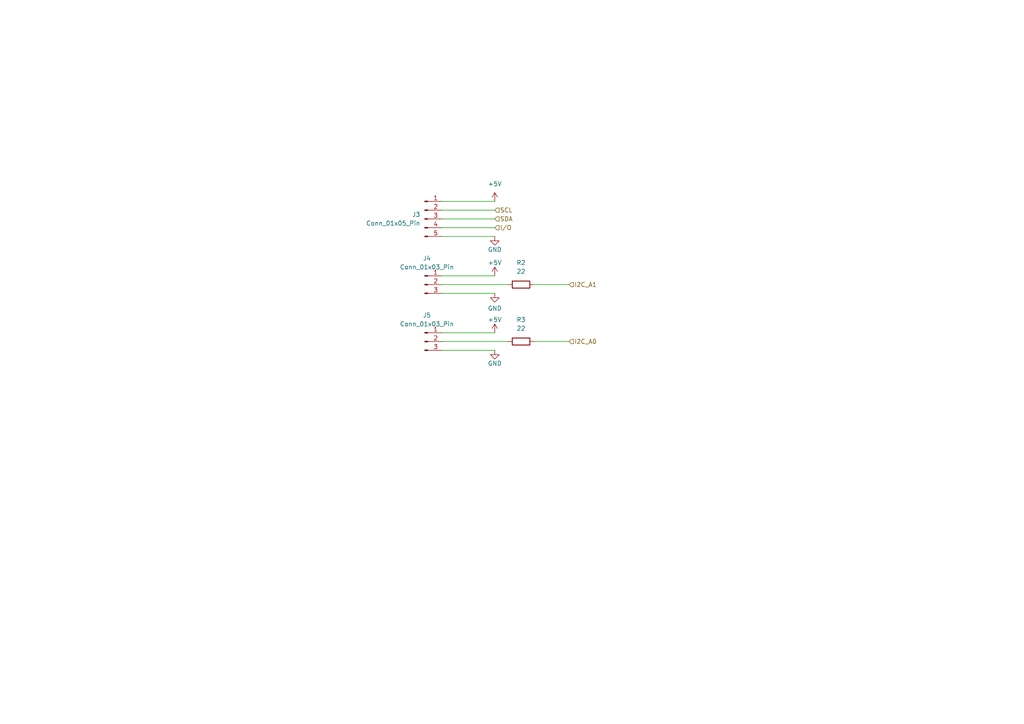
<source format=kicad_sch>
(kicad_sch (version 20230121) (generator eeschema)
  (paper "A4")
  (lib_symbols
    (symbol "Connector:Conn_01x03_Pin" (pin_names (offset 1.016) hide)
      (property "Reference" "J" (at 0 5.08 0))
      (property "Value" "Conn_01x03_Pin" (at 0 -5.08 0))
      (symbol "Conn_01x03_Pin_1_1"
        (polyline (pts (xy 1.27 -2.54) (xy 0.8636 -2.54)) (stroke (width 0.1524)))
        (polyline (pts (xy 1.27 0) (xy 0.8636 0)) (stroke (width 0.1524)))
        (polyline (pts (xy 1.27 2.54) (xy 0.8636 2.54)) (stroke (width 0.1524)))
        (rectangle (start 0.8636 -2.413) (end 0 -2.667) (stroke (width 0.1524)) (fill (type outline)))
        (rectangle (start 0.8636 0.127) (end 0 -0.127) (stroke (width 0.1524)) (fill (type outline)))
        (rectangle (start 0.8636 2.667) (end 0 2.413) (stroke (width 0.1524)) (fill (type outline)))
        (pin passive line (at 5.08 2.54 180) (length 3.81) (name "Pin_1") (number "1"))
        (pin passive line (at 5.08 0 180) (length 3.81) (name "Pin_2") (number "2"))
        (pin passive line (at 5.08 -2.54 180) (length 3.81) (name "Pin_3") (number "3"))
      )
    )
    (symbol "Connector:Conn_01x05_Pin" (pin_names (offset 1.016) hide)
      (property "Reference" "J" (at 0 7.62 0))
      (property "Value" "Conn_01x05_Pin" (at 0 -7.62 0))
      (symbol "Conn_01x05_Pin_1_1"
        (polyline (pts (xy 1.27 -5.08) (xy 0.8636 -5.08)) (stroke (width 0.1524)))
        (polyline (pts (xy 1.27 -2.54) (xy 0.8636 -2.54)) (stroke (width 0.1524)))
        (polyline (pts (xy 1.27 0) (xy 0.8636 0)) (stroke (width 0.1524)))
        (polyline (pts (xy 1.27 2.54) (xy 0.8636 2.54)) (stroke (width 0.1524)))
        (polyline (pts (xy 1.27 5.08) (xy 0.8636 5.08)) (stroke (width 0.1524)))
        (rectangle (start 0.8636 -4.953) (end 0 -5.207) (stroke (width 0.1524)) (fill (type outline)))
        (rectangle (start 0.8636 -2.413) (end 0 -2.667) (stroke (width 0.1524)) (fill (type outline)))
        (rectangle (start 0.8636 0.127) (end 0 -0.127) (stroke (width 0.1524)) (fill (type outline)))
        (rectangle (start 0.8636 2.667) (end 0 2.413) (stroke (width 0.1524)) (fill (type outline)))
        (rectangle (start 0.8636 5.207) (end 0 4.953) (stroke (width 0.1524)) (fill (type outline)))
        (pin passive line (at 5.08 5.08 180) (length 3.81) (name "Pin_1") (number "1"))
        (pin passive line (at 5.08 2.54 180) (length 3.81) (name "Pin_2") (number "2"))
        (pin passive line (at 5.08 0 180) (length 3.81) (name "Pin_3") (number "3"))
        (pin passive line (at 5.08 -2.54 180) (length 3.81) (name "Pin_4") (number "4"))
        (pin passive line (at 5.08 -5.08 180) (length 3.81) (name "Pin_5") (number "5"))
      )
    )
    (symbol "Device:R" (pin_numbers hide) (pin_names (offset 0))
      (property "Reference" "R" (at 2.032 0 90))
      (property "Value" "R" (at 0 0 90))
      (symbol "R_0_1"
        (rectangle (start -1.016 -2.54) (end 1.016 2.54) (stroke (width 0.254)))
      )
      (symbol "R_1_1"
        (pin passive line (at 0 3.81 270) (length 1.27) (name "~") (number "1"))
        (pin passive line (at 0 -3.81 90) (length 1.27) (name "~") (number "2"))
      )
    )
    (symbol "PCM_4ms_Power-symbol:+5V" (power) (pin_names (offset 0))
      (property "Value" "+5V" (at 0 3.556 0))
      (symbol "+5V_0_1"
        (polyline (pts (xy -0.762 1.27) (xy 0 2.54)))
        (polyline (pts (xy 0 0) (xy 0 2.54)))
        (polyline (pts (xy 0 2.54) (xy 0.762 1.27)))
      )
      (symbol "+5V_1_1"
        (pin power_in line (at 0 0 90) (length 0) hide (name "+5V") (number "1"))
      )
    )
    (symbol "PCM_4ms_Power-symbol:GND" (power) (pin_names (offset 0))
      (property "Value" "GND" (at 0 -3.81 0))
      (symbol "GND_0_1"
        (polyline (pts (xy 0 0) (xy 0 -1.27) (xy 1.27 -1.27) (xy 0 -2.54) (xy -1.27 -1.27) (xy 0 -1.27)))
      )
      (symbol "GND_1_1"
        (pin power_in line (at 0 0 270) (length 0) hide (name "GND") (number "1"))
      )
    )
  )
  (wire (pts (xy 128.27 82.55) (xy 147.32 82.55)))
  (wire (pts (xy 154.94 99.06) (xy 165.1 99.06)))
  (wire (pts (xy 128.27 58.42) (xy 143.51 58.42)))
  (wire (pts (xy 128.27 68.58) (xy 143.51 68.58)))
  (wire (pts (xy 128.27 96.52) (xy 143.51 96.52)))
  (wire (pts (xy 128.27 66.04) (xy 143.51 66.04)))
  (wire (pts (xy 128.27 63.5) (xy 143.51 63.5)))
  (wire (pts (xy 128.27 80.01) (xy 143.51 80.01)))
  (wire (pts (xy 128.27 60.96) (xy 143.51 60.96)))
  (wire (pts (xy 128.27 101.6) (xy 143.51 101.6)))
  (wire (pts (xy 128.27 85.09) (xy 143.51 85.09)))
  (wire (pts (xy 154.94 82.55) (xy 165.1 82.55)))
  (wire (pts (xy 128.27 99.06) (xy 147.32 99.06)))
  (hierarchical_label "I2C_A0" (shape input) (at 165.1 99.06 0))
  (hierarchical_label "SCL" (shape input) (at 143.51 60.96 0))
  (hierarchical_label "I{slash}O" (shape input) (at 143.51 66.04 0))
  (hierarchical_label "I2C_A1" (shape input) (at 165.1 82.55 0))
  (hierarchical_label "SDA" (shape input) (at 143.51 63.5 0))
  (symbol (lib_id "Connector:Conn_01x03_Pin") (at 123.19 82.55 0) (unit 1)
    (property "Reference" "J4" (at 123.825 74.93 0))
    (property "Value" "Conn_01x03_Pin" (at 123.825 77.47 0))
    (property "Footprint" "Connector_PinHeader_2.54mm:PinHeader_1x03_P2.54mm_Vertical" (effects hide))
  )
  (symbol (lib_id "PCM_4ms_Power-symbol:GND") (at 143.51 68.58 0) (unit 1)
    (property "Reference" "#PWR02" (effects hide))
    (property "Value" "GND" (at 143.51 72.39 0))
  )
  (symbol (lib_id "PCM_4ms_Power-symbol:GND") (at 143.51 101.6 0) (unit 1)
    (property "Reference" "#PWR04" (effects hide))
    (property "Value" "GND" (at 143.51 105.41 0))
  )
  (symbol (lib_id "Connector:Conn_01x05_Pin") (at 123.19 63.5 0) (unit 1)
    (property "Reference" "J3" (at 121.92 62.23 0) (effects (justify right)))
    (property "Value" "Conn_01x05_Pin" (at 121.92 64.77 0) (effects (justify right)))
    (property "Footprint" "Connector_PinHeader_2.54mm:PinHeader_1x05_P2.54mm_Horizontal" (effects hide))
  )
  (symbol (lib_id "Device:R") (at 151.13 99.06 90) (unit 1)
    (property "Reference" "R3" (at 151.13 92.71 90))
    (property "Value" "22" (at 151.13 95.25 90))
    (property "Footprint" "Resistor_SMD:R_1206_3216Metric_Pad1.30x1.75mm_HandSolder" (effects hide))
  )
  (symbol (lib_id "PCM_4ms_Power-symbol:GND") (at 143.51 85.09 0) (unit 1)
    (property "Reference" "#PWR03" (effects hide))
    (property "Value" "GND" (at 143.51 90.17 0) (effects (justify bottom)))
  )
  (symbol (lib_id "PCM_4ms_Power-symbol:+5V") (at 143.51 58.42 0) (unit 1)
    (property "Reference" "#PWR01" (effects hide))
    (property "Value" "+5V" (at 143.51 53.34 0))
  )
  (symbol (lib_id "PCM_4ms_Power-symbol:+5V") (at 143.51 80.01 0) (unit 1)
    (property "Reference" "#PWR015" (effects hide))
    (property "Value" "+5V" (at 143.51 76.2 0))
  )
  (symbol (lib_id "Connector:Conn_01x03_Pin") (at 123.19 99.06 0) (unit 1)
    (property "Reference" "J5" (at 123.825 91.44 0))
    (property "Value" "Conn_01x03_Pin" (at 123.825 93.98 0))
    (property "Footprint" "Connector_PinHeader_2.54mm:PinHeader_1x03_P2.54mm_Vertical" (effects hide))
  )
  (symbol (lib_id "PCM_4ms_Power-symbol:+5V") (at 143.51 96.52 0) (unit 1)
    (property "Reference" "#PWR016" (effects hide))
    (property "Value" "+5V" (at 143.51 92.71 0))
  )
  (symbol (lib_id "Device:R") (at 151.13 82.55 90) (unit 1)
    (property "Reference" "R2" (at 151.13 76.2 90))
    (property "Value" "22" (at 151.13 78.74 90))
    (property "Footprint" "Resistor_SMD:R_1206_3216Metric_Pad1.30x1.75mm_HandSolder" (effects hide))
  )
)
</source>
